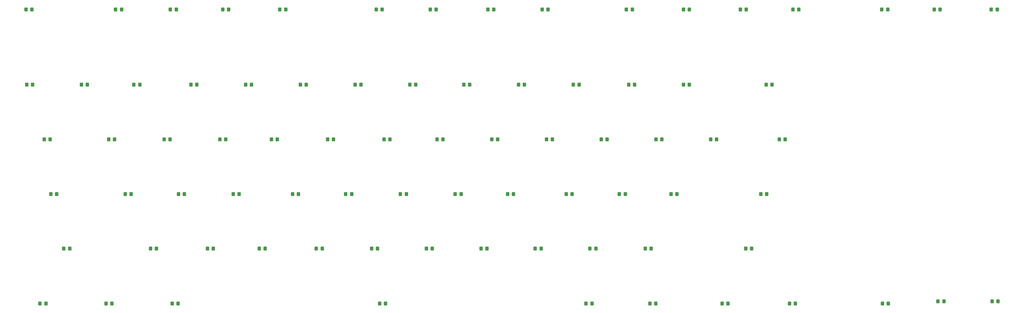
<source format=gbr>
%TF.GenerationSoftware,KiCad,Pcbnew,9.0.5*%
%TF.CreationDate,2026-02-18T01:23:14+05:30*%
%TF.ProjectId,Rheneium,5268656e-6569-4756-9d2e-6b696361645f,rev?*%
%TF.SameCoordinates,Original*%
%TF.FileFunction,Paste,Bot*%
%TF.FilePolarity,Positive*%
%FSLAX46Y46*%
G04 Gerber Fmt 4.6, Leading zero omitted, Abs format (unit mm)*
G04 Created by KiCad (PCBNEW 9.0.5) date 2026-02-18 01:23:14*
%MOMM*%
%LPD*%
G01*
G04 APERTURE LIST*
G04 Aperture macros list*
%AMRoundRect*
0 Rectangle with rounded corners*
0 $1 Rounding radius*
0 $2 $3 $4 $5 $6 $7 $8 $9 X,Y pos of 4 corners*
0 Add a 4 corners polygon primitive as box body*
4,1,4,$2,$3,$4,$5,$6,$7,$8,$9,$2,$3,0*
0 Add four circle primitives for the rounded corners*
1,1,$1+$1,$2,$3*
1,1,$1+$1,$4,$5*
1,1,$1+$1,$6,$7*
1,1,$1+$1,$8,$9*
0 Add four rect primitives between the rounded corners*
20,1,$1+$1,$2,$3,$4,$5,0*
20,1,$1+$1,$4,$5,$6,$7,0*
20,1,$1+$1,$6,$7,$8,$9,0*
20,1,$1+$1,$8,$9,$2,$3,0*%
G04 Aperture macros list end*
%ADD10RoundRect,0.250000X-0.325000X-0.450000X0.325000X-0.450000X0.325000X0.450000X-0.325000X0.450000X0*%
G04 APERTURE END LIST*
D10*
%TO.C,D40*%
X34614286Y-130968750D03*
X32564286Y-130968750D03*
%TD*%
%TO.C,D65*%
X274406250Y-149955250D03*
X276456250Y-149955250D03*
%TD*%
%TO.C,D71*%
X252743750Y-92868750D03*
X254793750Y-92868750D03*
%TD*%
%TO.C,D57*%
X124950000Y-149955250D03*
X127000000Y-149955250D03*
%TD*%
%TO.C,D28*%
X52718750Y-111918750D03*
X54768750Y-111918750D03*
%TD*%
%TO.C,D41*%
X58426786Y-130968750D03*
X60476786Y-130968750D03*
%TD*%
%TO.C,D11*%
X252743750Y-66675000D03*
X254793750Y-66675000D03*
%TD*%
%TO.C,D67*%
X74798156Y-169068750D03*
X76848156Y-169068750D03*
%TD*%
%TO.C,D17*%
X81293750Y-92868750D03*
X83343750Y-92868750D03*
%TD*%
%TO.C,D7*%
X164637500Y-66675000D03*
X166687500Y-66675000D03*
%TD*%
%TO.C,D43*%
X96064286Y-130968750D03*
X98114286Y-130968750D03*
%TD*%
%TO.C,D69*%
X359900000Y-66675000D03*
X361950000Y-66675000D03*
%TD*%
%TO.C,D79*%
X28760656Y-169068750D03*
X30810656Y-169068750D03*
%TD*%
%TO.C,D83*%
X289673156Y-169068750D03*
X291723156Y-169068750D03*
%TD*%
%TO.C,D27*%
X30262500Y-111918750D03*
X32312500Y-111918750D03*
%TD*%
%TO.C,D15*%
X43193750Y-92868750D03*
X45243750Y-92868750D03*
%TD*%
%TO.C,D80*%
X51779406Y-169068750D03*
X53829406Y-169068750D03*
%TD*%
%TO.C,D66*%
X321800000Y-66675000D03*
X323850000Y-66675000D03*
%TD*%
%TO.C,D53*%
X37075000Y-149955250D03*
X39125000Y-149955250D03*
%TD*%
%TO.C,D20*%
X138443750Y-92868750D03*
X140493750Y-92868750D03*
%TD*%
%TO.C,D45*%
X135189286Y-130968750D03*
X137239286Y-130968750D03*
%TD*%
%TO.C,D60*%
X182331250Y-149955250D03*
X184381250Y-149955250D03*
%TD*%
%TO.C,D42*%
X77014286Y-130968750D03*
X79064286Y-130968750D03*
%TD*%
%TO.C,D38*%
X243218750Y-111918750D03*
X245268750Y-111918750D03*
%TD*%
%TO.C,D49*%
X211951786Y-130968750D03*
X214001786Y-130968750D03*
%TD*%
%TO.C,D2*%
X55100000Y-66675000D03*
X57150000Y-66675000D03*
%TD*%
%TO.C,D59*%
X163281250Y-149955250D03*
X165331250Y-149955250D03*
%TD*%
%TO.C,D74*%
X360176250Y-168275000D03*
X362226250Y-168275000D03*
%TD*%
%TO.C,D9*%
X203531250Y-66675000D03*
X205581250Y-66675000D03*
%TD*%
%TO.C,D82*%
X266237500Y-169068750D03*
X268287500Y-169068750D03*
%TD*%
%TO.C,D50*%
X230439286Y-130968750D03*
X232489286Y-130968750D03*
%TD*%
%TO.C,D47*%
X173289286Y-130968750D03*
X175339286Y-130968750D03*
%TD*%
%TO.C,D30*%
X91381250Y-111918750D03*
X93431250Y-111918750D03*
%TD*%
%TO.C,D33*%
X148531250Y-111918750D03*
X150581250Y-111918750D03*
%TD*%
%TO.C,D25*%
X233693750Y-92868750D03*
X235743750Y-92868750D03*
%TD*%
%TO.C,D16*%
X61450000Y-92868750D03*
X63500000Y-92868750D03*
%TD*%
%TO.C,D76*%
X262268750Y-111918750D03*
X264318750Y-111918750D03*
%TD*%
%TO.C,D55*%
X87081250Y-149955250D03*
X89131250Y-149955250D03*
%TD*%
%TO.C,D23*%
X195362500Y-92868750D03*
X197412500Y-92868750D03*
%TD*%
%TO.C,D32*%
X128918750Y-111918750D03*
X130968750Y-111918750D03*
%TD*%
%TO.C,D26*%
X281550000Y-92868750D03*
X283600000Y-92868750D03*
%TD*%
%TO.C,D3*%
X74150000Y-66675000D03*
X76200000Y-66675000D03*
%TD*%
%TO.C,D81*%
X147029406Y-169068750D03*
X149079406Y-169068750D03*
%TD*%
%TO.C,D58*%
X144231250Y-149955250D03*
X146281250Y-149955250D03*
%TD*%
%TO.C,D70*%
X321985656Y-169068750D03*
X324035656Y-169068750D03*
%TD*%
%TO.C,D75*%
X341357500Y-168275000D03*
X343407500Y-168275000D03*
%TD*%
%TO.C,D35*%
X186068750Y-111918750D03*
X188118750Y-111918750D03*
%TD*%
%TO.C,D10*%
X232900000Y-66675000D03*
X234950000Y-66675000D03*
%TD*%
%TO.C,D12*%
X272587500Y-66675000D03*
X274637500Y-66675000D03*
%TD*%
%TO.C,D31*%
X109306250Y-111918750D03*
X111356250Y-111918750D03*
%TD*%
%TO.C,D48*%
X191545536Y-130968750D03*
X193595536Y-130968750D03*
%TD*%
%TO.C,D14*%
X24143750Y-92868750D03*
X26193750Y-92868750D03*
%TD*%
%TO.C,D5*%
X112250000Y-66675000D03*
X114300000Y-66675000D03*
%TD*%
%TO.C,D68*%
X340056250Y-66675000D03*
X342106250Y-66675000D03*
%TD*%
%TO.C,D24*%
X214412500Y-92868750D03*
X216462500Y-92868750D03*
%TD*%
%TO.C,D4*%
X92406250Y-66675000D03*
X94456250Y-66675000D03*
%TD*%
%TO.C,D77*%
X241068750Y-169068750D03*
X243118750Y-169068750D03*
%TD*%
%TO.C,D18*%
X100343750Y-92868750D03*
X102393750Y-92868750D03*
%TD*%
%TO.C,D29*%
X72000000Y-111918750D03*
X74050000Y-111918750D03*
%TD*%
%TO.C,D63*%
X239481250Y-149955250D03*
X241531250Y-149955250D03*
%TD*%
%TO.C,D8*%
X184712500Y-66675000D03*
X186762500Y-66675000D03*
%TD*%
%TO.C,D52*%
X279651786Y-130968750D03*
X281701786Y-130968750D03*
%TD*%
%TO.C,D54*%
X67237500Y-149955250D03*
X69287500Y-149955250D03*
%TD*%
%TO.C,D39*%
X286081250Y-111918750D03*
X288131250Y-111918750D03*
%TD*%
%TO.C,D44*%
X116701786Y-130968750D03*
X118751786Y-130968750D03*
%TD*%
%TO.C,D61*%
X201150000Y-149955250D03*
X203200000Y-149955250D03*
%TD*%
%TO.C,D56*%
X105106250Y-149955250D03*
X107156250Y-149955250D03*
%TD*%
%TO.C,D51*%
X248464286Y-130968750D03*
X250514286Y-130968750D03*
%TD*%
%TO.C,D36*%
X205118750Y-111918750D03*
X207168750Y-111918750D03*
%TD*%
%TO.C,D21*%
X157493750Y-92868750D03*
X159543750Y-92868750D03*
%TD*%
%TO.C,D1*%
X23912500Y-66675000D03*
X25962500Y-66675000D03*
%TD*%
%TO.C,D6*%
X145818750Y-66675000D03*
X147868750Y-66675000D03*
%TD*%
%TO.C,D64*%
X218843750Y-169068750D03*
X220893750Y-169068750D03*
%TD*%
%TO.C,D22*%
X176312500Y-92868750D03*
X178362500Y-92868750D03*
%TD*%
%TO.C,D13*%
X290843750Y-66675000D03*
X292893750Y-66675000D03*
%TD*%
%TO.C,D37*%
X224168750Y-111918750D03*
X226218750Y-111918750D03*
%TD*%
%TO.C,D62*%
X220200000Y-149955250D03*
X222250000Y-149955250D03*
%TD*%
%TO.C,D19*%
X119393750Y-92868750D03*
X121443750Y-92868750D03*
%TD*%
%TO.C,D46*%
X154239286Y-130968750D03*
X156289286Y-130968750D03*
%TD*%
%TO.C,D34*%
X167018750Y-111918750D03*
X169068750Y-111918750D03*
%TD*%
M02*

</source>
